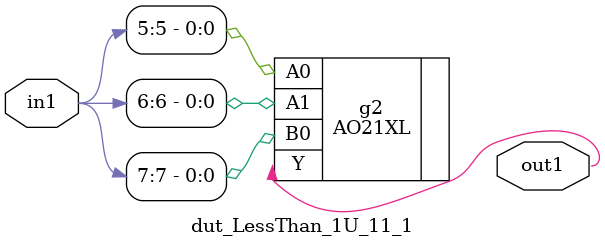
<source format=v>
`timescale 1ps / 1ps


module dut_LessThan_1U_11_1(in1, out1);
  input [7:0] in1;
  output out1;
  wire [7:0] in1;
  wire out1;
  AO21XL g2(.A0 (in1[5]), .A1 (in1[6]), .B0 (in1[7]), .Y (out1));
endmodule



</source>
